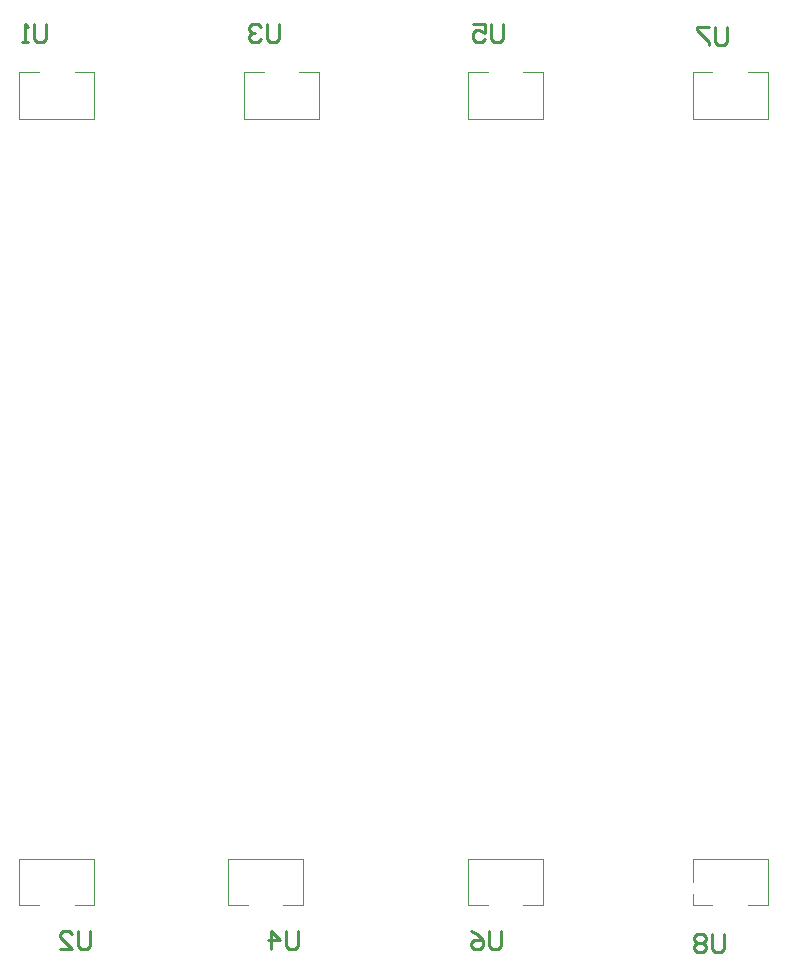
<source format=gbo>
G04*
G04 #@! TF.GenerationSoftware,Altium Limited,Altium Designer,24.0.1 (36)*
G04*
G04 Layer_Color=32896*
%FSLAX25Y25*%
%MOIN*%
G70*
G04*
G04 #@! TF.SameCoordinates,EC2407A8-7C3A-46FB-840E-4377B73232B9*
G04*
G04*
G04 #@! TF.FilePolarity,Positive*
G04*
G01*
G75*
%ADD10C,0.00394*%
%ADD12C,0.01000*%
D10*
X4705Y-316195D02*
X11299D01*
X-13701Y-300643D02*
X11299D01*
Y-316195D02*
Y-300643D01*
X-13701Y-316195D02*
X-7106D01*
X-13701D02*
Y-300643D01*
X-93704Y-316195D02*
X-87109D01*
X-93704Y-300643D02*
X-68704D01*
X-93704Y-316195D02*
Y-300643D01*
X-75298Y-316195D02*
X-68704D01*
Y-300643D01*
X61103D02*
X86103D01*
Y-316195D02*
Y-300643D01*
X61103Y-316195D02*
X67697D01*
X61103D02*
Y-312335D01*
Y-308465D02*
Y-300643D01*
X79508Y-316195D02*
X86103D01*
X-163307Y-300643D02*
X-138307D01*
X-163307Y-316195D02*
Y-300643D01*
X-144901Y-316195D02*
X-138307D01*
Y-300643D01*
X-163307Y-316195D02*
X-156712D01*
X-163306Y-38480D02*
X-156712D01*
X-138306Y-54031D02*
Y-38480D01*
X-144901D02*
X-138306D01*
X-163306Y-54031D02*
Y-38480D01*
Y-54031D02*
X-138306D01*
X-88503Y-38480D02*
X-81909D01*
X61103Y-54031D02*
Y-38480D01*
X67698D01*
X86103Y-54031D02*
Y-38480D01*
X61103Y-54031D02*
X86103D01*
X79509Y-38480D02*
X86103D01*
X-63503Y-54031D02*
Y-38480D01*
X-70098D02*
X-63503D01*
X-88503Y-54031D02*
Y-38480D01*
Y-54031D02*
X-63503D01*
X4706Y-38480D02*
X11300D01*
X-13700Y-54031D02*
Y-38480D01*
X-7105D01*
X11300Y-54031D02*
Y-38480D01*
X-13700Y-54031D02*
X11300D01*
D12*
X71742Y-325769D02*
Y-330768D01*
X70742Y-331768D01*
X68743D01*
X67743Y-330768D01*
Y-325769D01*
X65744Y-326769D02*
X64744Y-325769D01*
X62745D01*
X61745Y-326769D01*
Y-327769D01*
X62745Y-328768D01*
X61745Y-329768D01*
Y-330768D01*
X62745Y-331768D01*
X64744D01*
X65744Y-330768D01*
Y-329768D01*
X64744Y-328768D01*
X65744Y-327769D01*
Y-326769D01*
X64744Y-328768D02*
X62745D01*
X72696Y-23439D02*
Y-28438D01*
X71697Y-29437D01*
X69697D01*
X68698Y-28438D01*
Y-23439D01*
X66698D02*
X62699D01*
Y-24439D01*
X66698Y-28438D01*
Y-29437D01*
X-2602Y-324601D02*
Y-329599D01*
X-3601Y-330599D01*
X-5601D01*
X-6600Y-329599D01*
Y-324601D01*
X-12598D02*
X-10599Y-325601D01*
X-8600Y-327600D01*
Y-329599D01*
X-9599Y-330599D01*
X-11599D01*
X-12598Y-329599D01*
Y-328600D01*
X-11599Y-327600D01*
X-8600D01*
X-2107Y-22395D02*
Y-27394D01*
X-3107Y-28393D01*
X-5106D01*
X-6106Y-27394D01*
Y-22395D01*
X-12104D02*
X-8105D01*
Y-25394D01*
X-10104Y-24395D01*
X-11104D01*
X-12104Y-25394D01*
Y-27394D01*
X-11104Y-28393D01*
X-9105D01*
X-8105Y-27394D01*
X-70300Y-324601D02*
Y-329599D01*
X-71299Y-330599D01*
X-73299D01*
X-74299Y-329599D01*
Y-324601D01*
X-79297Y-330599D02*
Y-324601D01*
X-76298Y-327600D01*
X-80296D01*
X-76910Y-22395D02*
Y-27394D01*
X-77910Y-28393D01*
X-79909D01*
X-80909Y-27394D01*
Y-22395D01*
X-82908Y-23395D02*
X-83908Y-22395D01*
X-85907D01*
X-86907Y-23395D01*
Y-24395D01*
X-85907Y-25394D01*
X-84908D01*
X-85907D01*
X-86907Y-26394D01*
Y-27394D01*
X-85907Y-28393D01*
X-83908D01*
X-82908Y-27394D01*
X-139903Y-324601D02*
Y-329599D01*
X-140903Y-330599D01*
X-142902D01*
X-143902Y-329599D01*
Y-324601D01*
X-149900Y-330599D02*
X-145901D01*
X-149900Y-326600D01*
Y-325601D01*
X-148900Y-324601D01*
X-146901D01*
X-145901Y-325601D01*
X-154401Y-22395D02*
Y-27394D01*
X-155401Y-28393D01*
X-157400D01*
X-158400Y-27394D01*
Y-22395D01*
X-160399Y-28393D02*
X-162399D01*
X-161399D01*
Y-22395D01*
X-160399Y-23395D01*
M02*

</source>
